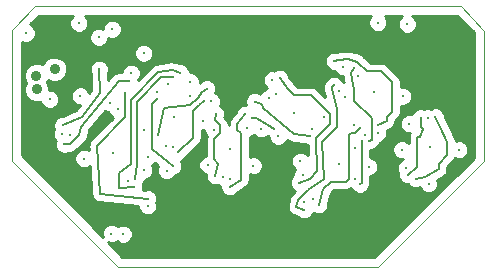
<source format=gbr>
G04 (created by PCBNEW-RS274X (2012-apr-16-27)-stable) date Tue 25 Mar 2014 09:11:57 PM EDT*
G01*
G70*
G90*
%MOIN*%
G04 Gerber Fmt 3.4, Leading zero omitted, Abs format*
%FSLAX34Y34*%
G04 APERTURE LIST*
%ADD10C,0.006000*%
%ADD11C,0.000400*%
%ADD12C,0.002000*%
%ADD13C,0.035000*%
%ADD14C,0.013000*%
%ADD15C,0.007000*%
%ADD16C,0.008000*%
%ADD17C,0.010000*%
G04 APERTURE END LIST*
G54D10*
G54D11*
X27953Y-19596D02*
X27953Y-23917D01*
X27165Y-18770D02*
X27953Y-19596D01*
X16890Y-18770D02*
X27165Y-18770D01*
X12205Y-19557D02*
X12205Y-23917D01*
X12992Y-18770D02*
X12205Y-19557D01*
X16890Y-18770D02*
X12992Y-18770D01*
X15748Y-27461D02*
X12205Y-23917D01*
X24409Y-27461D02*
X27953Y-23917D01*
X24016Y-27461D02*
X24409Y-27461D01*
X15748Y-27461D02*
X24016Y-27461D01*
G54D12*
X15748Y-27461D02*
X24016Y-27461D01*
G54D13*
X13632Y-20866D03*
X13022Y-21073D03*
X13031Y-21535D03*
G54D14*
X25384Y-19360D03*
X14439Y-19331D03*
X24405Y-19307D03*
X12687Y-19665D03*
X16260Y-24783D03*
X17815Y-20984D03*
X17579Y-21122D03*
X16319Y-24508D03*
X18701Y-21516D03*
X17087Y-23051D03*
X18602Y-21909D03*
X17736Y-23622D03*
X18986Y-24419D03*
X18996Y-22362D03*
X19980Y-22362D03*
X19469Y-24774D03*
X20197Y-22480D03*
X20945Y-22854D03*
X22146Y-23081D03*
X20295Y-21939D03*
X21788Y-24643D03*
X21132Y-21171D03*
X23868Y-23268D03*
X23809Y-24705D03*
X23612Y-20827D03*
X24114Y-23248D03*
X22953Y-20591D03*
X24400Y-22717D03*
X25394Y-24390D03*
X25827Y-22480D03*
X25669Y-24518D03*
X26319Y-22451D03*
X21949Y-25285D03*
X23120Y-21585D03*
X23612Y-22707D03*
X22254Y-25177D03*
X15728Y-22205D03*
X16732Y-25413D03*
X15965Y-21663D03*
X16732Y-25177D03*
X17559Y-24094D03*
X17047Y-21870D03*
X21949Y-25551D03*
X22943Y-21388D03*
X22441Y-25384D03*
X23819Y-22835D03*
X16594Y-20334D03*
X13878Y-23012D03*
X16181Y-20994D03*
X14154Y-23071D03*
X16083Y-24587D03*
X17402Y-21339D03*
X18150Y-21280D03*
X16594Y-24232D03*
X17343Y-23406D03*
X18150Y-21772D03*
X18858Y-21929D03*
X17579Y-23445D03*
X18937Y-22874D03*
X19252Y-24459D03*
X20039Y-22835D03*
X19469Y-24537D03*
X17028Y-21614D03*
X17362Y-24252D03*
X20778Y-21811D03*
X21083Y-23100D03*
X21024Y-21703D03*
X22215Y-22854D03*
X21900Y-24380D03*
X20876Y-21220D03*
X23652Y-23494D03*
X23642Y-24537D03*
X23730Y-21083D03*
X23967Y-23051D03*
X24409Y-22992D03*
X23248Y-20787D03*
X25354Y-24154D03*
X25443Y-22677D03*
X26083Y-22480D03*
X26093Y-24675D03*
X13898Y-22736D03*
X15118Y-20866D03*
X13957Y-23366D03*
X16103Y-21240D03*
X15984Y-19429D03*
X24272Y-26801D03*
X24035Y-19291D03*
X16299Y-26329D03*
X26152Y-23445D03*
X14488Y-21752D03*
X15098Y-19803D03*
X24262Y-21614D03*
X21614Y-22323D03*
X19488Y-23524D03*
X23120Y-24016D03*
X15571Y-23661D03*
X15522Y-26339D03*
X17618Y-22441D03*
X18740Y-24055D03*
X27106Y-23543D03*
X13465Y-21870D03*
X16594Y-22895D03*
X18583Y-22579D03*
X14606Y-23839D03*
X25226Y-21762D03*
X20512Y-22854D03*
X20256Y-24075D03*
X23297Y-21791D03*
X24094Y-24114D03*
X15916Y-26359D03*
X15551Y-19528D03*
X21821Y-23927D03*
X25197Y-23543D03*
X22598Y-22470D03*
X16732Y-23780D03*
X15472Y-21978D03*
G54D15*
X16161Y-21890D02*
X17067Y-20965D01*
X15787Y-24814D02*
X15768Y-24329D01*
X16260Y-24783D02*
X15787Y-24814D01*
X17579Y-20886D02*
X17815Y-20984D01*
X15768Y-24329D02*
X16181Y-24035D01*
X17067Y-20965D02*
X17579Y-20886D01*
X16181Y-24035D02*
X16161Y-21890D01*
X16378Y-23996D02*
X16378Y-21969D01*
X16378Y-21969D02*
X17185Y-21122D01*
X16319Y-24508D02*
X16379Y-24016D01*
X16379Y-24016D02*
X16378Y-23996D01*
X17185Y-21122D02*
X17579Y-21122D01*
X18406Y-21811D02*
X18130Y-22067D01*
X18701Y-21516D02*
X18543Y-21614D01*
X18130Y-22067D02*
X17283Y-22165D01*
X17283Y-22165D02*
X17087Y-23051D01*
X18543Y-21614D02*
X18406Y-21811D01*
X18445Y-22067D02*
X18602Y-21909D01*
X17736Y-23622D02*
X18248Y-23150D01*
X18248Y-23150D02*
X18248Y-22264D01*
X18248Y-22264D02*
X18445Y-22067D01*
X18986Y-24419D02*
X18986Y-24419D01*
X19075Y-24006D02*
X18986Y-24419D01*
X18976Y-22559D02*
X19154Y-22737D01*
X18957Y-23188D02*
X18957Y-23859D01*
X19154Y-22991D02*
X18957Y-23188D01*
X19154Y-22737D02*
X19154Y-22991D01*
X18986Y-24419D02*
X18986Y-24419D01*
X18957Y-23859D02*
X19075Y-24006D01*
X18996Y-22362D02*
X18976Y-22559D01*
X19724Y-22873D02*
X19724Y-22678D01*
X19469Y-24774D02*
X19843Y-24557D01*
X19843Y-24557D02*
X19843Y-22992D01*
X19724Y-22678D02*
X19980Y-22362D01*
X19843Y-22992D02*
X19724Y-22873D01*
X20728Y-22716D02*
X20344Y-22500D01*
X20728Y-22706D02*
X20728Y-22716D01*
X20344Y-22500D02*
X20197Y-22480D01*
X20945Y-22854D02*
X20728Y-22706D01*
X20295Y-21939D02*
X20295Y-21939D01*
X21614Y-23034D02*
X20590Y-22158D01*
X20295Y-21939D02*
X20295Y-21939D01*
X22146Y-23081D02*
X21614Y-23034D01*
X20550Y-22037D02*
X20295Y-21939D01*
X20590Y-22158D02*
X20550Y-22037D01*
X21788Y-24643D02*
X22155Y-24528D01*
X21398Y-21516D02*
X21132Y-21171D01*
X21614Y-21732D02*
X21398Y-21516D01*
X22362Y-24272D02*
X22352Y-23140D01*
X22815Y-22677D02*
X22815Y-22372D01*
X22352Y-23140D02*
X22815Y-22677D01*
X22155Y-24528D02*
X22362Y-24272D01*
X22815Y-22372D02*
X22175Y-21732D01*
X22175Y-21732D02*
X21614Y-21732D01*
X23868Y-23956D02*
X23868Y-23268D01*
X23868Y-23956D02*
X23868Y-24646D01*
X23868Y-24646D02*
X23809Y-24705D01*
X23612Y-21920D02*
X23612Y-21555D01*
X24114Y-23248D02*
X24193Y-23233D01*
X23612Y-21555D02*
X23534Y-21190D01*
X24193Y-22501D02*
X23612Y-21920D01*
X23515Y-20995D02*
X23612Y-20827D01*
X23534Y-21190D02*
X23515Y-20995D01*
X24193Y-23233D02*
X24193Y-22501D01*
X24705Y-22588D02*
X24705Y-22460D01*
X24705Y-22460D02*
X24882Y-22283D01*
X23720Y-20610D02*
X23413Y-20528D01*
X23110Y-20551D02*
X22953Y-20591D01*
X24882Y-21299D02*
X24518Y-20935D01*
X24518Y-20935D02*
X24045Y-20935D01*
X24882Y-22283D02*
X24882Y-21299D01*
X24045Y-20935D02*
X23720Y-20610D01*
X24400Y-22717D02*
X24705Y-22588D01*
X23413Y-20528D02*
X23110Y-20551D01*
X25925Y-22854D02*
X25857Y-22776D01*
X25857Y-22776D02*
X25827Y-22480D01*
X25394Y-24390D02*
X25709Y-24124D01*
X25719Y-23119D02*
X25817Y-23130D01*
X25709Y-24124D02*
X25719Y-23119D01*
X25817Y-23130D02*
X25925Y-22854D01*
X26437Y-24006D02*
X26722Y-23721D01*
X25669Y-24518D02*
X25987Y-24465D01*
X26722Y-23287D02*
X26466Y-22785D01*
X25987Y-24465D02*
X26437Y-24203D01*
X26437Y-24203D02*
X26437Y-24006D01*
X26466Y-22785D02*
X26319Y-22451D01*
X26722Y-23721D02*
X26722Y-23287D01*
X15965Y-21663D02*
X15965Y-21663D01*
X15984Y-22461D02*
X15965Y-21663D01*
X15138Y-25020D02*
X16732Y-25177D01*
X15984Y-22461D02*
X15039Y-23406D01*
X15039Y-23406D02*
X15138Y-25020D01*
X16870Y-22834D02*
X16870Y-23524D01*
X16870Y-23524D02*
X17559Y-24094D01*
X17047Y-21870D02*
X16890Y-22008D01*
X16890Y-22814D02*
X16870Y-22834D01*
X16890Y-22008D02*
X16890Y-22814D01*
X23031Y-22795D02*
X22539Y-23287D01*
X21732Y-25217D02*
X21683Y-25463D01*
X22864Y-21526D02*
X23031Y-22185D01*
X22608Y-24519D02*
X22086Y-24902D01*
G54D16*
X22864Y-21447D02*
X22943Y-21388D01*
G54D15*
X21683Y-25463D02*
X21949Y-25551D01*
X22539Y-23287D02*
X22608Y-24519D01*
X22086Y-24902D02*
X21899Y-25050D01*
G54D16*
X22864Y-21526D02*
X22864Y-21447D01*
G54D15*
X23031Y-22185D02*
X23031Y-22795D01*
X21899Y-25050D02*
X21732Y-25217D01*
X22589Y-24851D02*
X22441Y-25384D01*
X23642Y-23002D02*
X23504Y-23002D01*
X22834Y-24606D02*
X22589Y-24851D01*
X23819Y-22835D02*
X23642Y-23002D01*
X23435Y-24507D02*
X23336Y-24606D01*
X23336Y-24606D02*
X22834Y-24606D01*
X23435Y-23071D02*
X23435Y-24507D01*
X23504Y-23002D02*
X23435Y-23071D01*
X13898Y-22736D02*
X14537Y-22451D01*
X15134Y-21641D02*
X15118Y-20866D01*
X14537Y-22451D02*
X15134Y-21641D01*
X15768Y-21240D02*
X16103Y-21240D01*
X14449Y-23071D02*
X14499Y-22776D01*
X13957Y-23366D02*
X14154Y-23366D01*
X14154Y-23366D02*
X14449Y-23071D01*
X14499Y-22776D02*
X15768Y-21240D01*
G54D10*
G36*
X27607Y-23827D02*
X27421Y-24011D01*
X27421Y-23606D01*
X27421Y-23481D01*
X27373Y-23365D01*
X27285Y-23276D01*
X27169Y-23228D01*
X27044Y-23228D01*
X27000Y-23246D01*
X26994Y-23225D01*
X26985Y-23178D01*
X26979Y-23169D01*
X26976Y-23157D01*
X26727Y-22670D01*
X26727Y-22669D01*
X26634Y-22458D01*
X26634Y-22389D01*
X26586Y-22273D01*
X26498Y-22184D01*
X26382Y-22136D01*
X26257Y-22136D01*
X26166Y-22173D01*
X26146Y-22165D01*
X26021Y-22165D01*
X25955Y-22192D01*
X25890Y-22165D01*
X25765Y-22165D01*
X25649Y-22213D01*
X25560Y-22301D01*
X25541Y-22345D01*
X25541Y-21825D01*
X25541Y-21700D01*
X25493Y-21584D01*
X25405Y-21495D01*
X25289Y-21447D01*
X25167Y-21447D01*
X25167Y-21299D01*
X25166Y-21298D01*
X25167Y-21298D01*
X25163Y-21279D01*
X25145Y-21190D01*
X25084Y-21097D01*
X25081Y-21095D01*
X24720Y-20733D01*
X24627Y-20672D01*
X24518Y-20649D01*
X24513Y-20650D01*
X24163Y-20650D01*
X23922Y-20408D01*
X23903Y-20395D01*
X23893Y-20384D01*
X23862Y-20369D01*
X23829Y-20347D01*
X23808Y-20342D01*
X23793Y-20335D01*
X23487Y-20253D01*
X23436Y-20249D01*
X23391Y-20244D01*
X23089Y-20267D01*
X23065Y-20273D01*
X23040Y-20275D01*
X23023Y-20279D01*
X23016Y-20276D01*
X22891Y-20276D01*
X22775Y-20324D01*
X22686Y-20412D01*
X22638Y-20528D01*
X22638Y-20653D01*
X22686Y-20769D01*
X22774Y-20858D01*
X22890Y-20906D01*
X22956Y-20906D01*
X22981Y-20965D01*
X23069Y-21054D01*
X23185Y-21102D01*
X23238Y-21102D01*
X23250Y-21217D01*
X23254Y-21232D01*
X23255Y-21250D01*
X23266Y-21304D01*
X23245Y-21295D01*
X23210Y-21210D01*
X23122Y-21121D01*
X23006Y-21073D01*
X22881Y-21073D01*
X22765Y-21121D01*
X22676Y-21209D01*
X22663Y-21238D01*
X22659Y-21242D01*
X22638Y-21272D01*
X22615Y-21299D01*
X22608Y-21317D01*
X22596Y-21336D01*
X22588Y-21373D01*
X22577Y-21406D01*
X22578Y-21426D01*
X22574Y-21447D01*
X22574Y-21526D01*
X22588Y-21596D01*
X22596Y-21637D01*
X22599Y-21642D01*
X22637Y-21790D01*
X22377Y-21530D01*
X22284Y-21469D01*
X22175Y-21446D01*
X22170Y-21447D01*
X21732Y-21447D01*
X21606Y-21320D01*
X21447Y-21112D01*
X21447Y-21109D01*
X21399Y-20993D01*
X21311Y-20904D01*
X21195Y-20856D01*
X21070Y-20856D01*
X20954Y-20904D01*
X20948Y-20909D01*
X20939Y-20905D01*
X20814Y-20905D01*
X20698Y-20953D01*
X20609Y-21041D01*
X20561Y-21157D01*
X20561Y-21282D01*
X20609Y-21398D01*
X20697Y-21487D01*
X20718Y-21496D01*
X20716Y-21496D01*
X20600Y-21544D01*
X20511Y-21632D01*
X20488Y-21686D01*
X20474Y-21672D01*
X20358Y-21624D01*
X20233Y-21624D01*
X20117Y-21672D01*
X20028Y-21760D01*
X19980Y-21876D01*
X19980Y-22001D01*
X19999Y-22047D01*
X19918Y-22047D01*
X19802Y-22095D01*
X19713Y-22183D01*
X19665Y-22297D01*
X19503Y-22499D01*
X19486Y-22530D01*
X19461Y-22569D01*
X19458Y-22583D01*
X19451Y-22597D01*
X19446Y-22639D01*
X19439Y-22678D01*
X19439Y-22736D01*
X19417Y-22628D01*
X19356Y-22535D01*
X19353Y-22533D01*
X19291Y-22471D01*
X19311Y-22425D01*
X19311Y-22300D01*
X19263Y-22184D01*
X19175Y-22095D01*
X19136Y-22079D01*
X19173Y-21992D01*
X19173Y-21867D01*
X19125Y-21751D01*
X19037Y-21662D01*
X18989Y-21642D01*
X19016Y-21579D01*
X19016Y-21454D01*
X18968Y-21338D01*
X18880Y-21249D01*
X18764Y-21201D01*
X18639Y-21201D01*
X18523Y-21249D01*
X18465Y-21306D01*
X18465Y-21218D01*
X18417Y-21102D01*
X18329Y-21013D01*
X18213Y-20965D01*
X18130Y-20965D01*
X18130Y-20922D01*
X18082Y-20806D01*
X17994Y-20717D01*
X17878Y-20669D01*
X17799Y-20669D01*
X17689Y-20623D01*
X17667Y-20618D01*
X17646Y-20609D01*
X17611Y-20607D01*
X17579Y-20601D01*
X17558Y-20605D01*
X17535Y-20604D01*
X17023Y-20683D01*
X16984Y-20697D01*
X16955Y-20704D01*
X16939Y-20714D01*
X16919Y-20722D01*
X16909Y-20730D01*
X16909Y-20397D01*
X16909Y-20272D01*
X16861Y-20156D01*
X16773Y-20067D01*
X16657Y-20019D01*
X16532Y-20019D01*
X16416Y-20067D01*
X16327Y-20155D01*
X16279Y-20271D01*
X16279Y-20396D01*
X16327Y-20512D01*
X16415Y-20601D01*
X16531Y-20649D01*
X16656Y-20649D01*
X16772Y-20601D01*
X16861Y-20513D01*
X16909Y-20397D01*
X16909Y-20730D01*
X16890Y-20747D01*
X16863Y-20766D01*
X16418Y-21220D01*
X16418Y-21202D01*
X16448Y-21173D01*
X16496Y-21057D01*
X16496Y-20932D01*
X16448Y-20816D01*
X16360Y-20727D01*
X16244Y-20679D01*
X16119Y-20679D01*
X16003Y-20727D01*
X15914Y-20815D01*
X15866Y-20931D01*
X15866Y-19591D01*
X15866Y-19466D01*
X15818Y-19350D01*
X15730Y-19261D01*
X15614Y-19213D01*
X15489Y-19213D01*
X15373Y-19261D01*
X15284Y-19349D01*
X15236Y-19465D01*
X15236Y-19519D01*
X15161Y-19488D01*
X15036Y-19488D01*
X14920Y-19536D01*
X14831Y-19624D01*
X14783Y-19740D01*
X14783Y-19865D01*
X14831Y-19981D01*
X14919Y-20070D01*
X15035Y-20118D01*
X15160Y-20118D01*
X15276Y-20070D01*
X15365Y-19982D01*
X15413Y-19866D01*
X15413Y-19811D01*
X15488Y-19843D01*
X15613Y-19843D01*
X15729Y-19795D01*
X15818Y-19707D01*
X15866Y-19591D01*
X15866Y-20931D01*
X15866Y-20955D01*
X15768Y-20955D01*
X15752Y-20958D01*
X15742Y-20957D01*
X15712Y-20966D01*
X15659Y-20977D01*
X15642Y-20988D01*
X15636Y-20990D01*
X15620Y-21002D01*
X15566Y-21038D01*
X15555Y-21053D01*
X15549Y-21059D01*
X15410Y-21226D01*
X15405Y-20994D01*
X15433Y-20929D01*
X15433Y-20804D01*
X15385Y-20688D01*
X15297Y-20599D01*
X15181Y-20551D01*
X15056Y-20551D01*
X14940Y-20599D01*
X14851Y-20687D01*
X14803Y-20803D01*
X14803Y-20928D01*
X14835Y-21007D01*
X14847Y-21550D01*
X14781Y-21639D01*
X14755Y-21574D01*
X14667Y-21485D01*
X14551Y-21437D01*
X14426Y-21437D01*
X14310Y-21485D01*
X14221Y-21573D01*
X14173Y-21689D01*
X14173Y-21814D01*
X14221Y-21930D01*
X14309Y-22019D01*
X14425Y-22067D01*
X14466Y-22067D01*
X14352Y-22221D01*
X14057Y-22352D01*
X14057Y-20951D01*
X14057Y-20782D01*
X13993Y-20626D01*
X13873Y-20506D01*
X13717Y-20441D01*
X13548Y-20441D01*
X13392Y-20505D01*
X13272Y-20625D01*
X13239Y-20703D01*
X13107Y-20648D01*
X12938Y-20648D01*
X12782Y-20712D01*
X12662Y-20832D01*
X12597Y-20988D01*
X12597Y-21157D01*
X12661Y-21313D01*
X12662Y-21314D01*
X12606Y-21450D01*
X12606Y-21619D01*
X12670Y-21775D01*
X12790Y-21895D01*
X12946Y-21960D01*
X13115Y-21960D01*
X13154Y-21943D01*
X13198Y-22048D01*
X13286Y-22137D01*
X13402Y-22185D01*
X13527Y-22185D01*
X13643Y-22137D01*
X13732Y-22049D01*
X13780Y-21933D01*
X13780Y-21808D01*
X13732Y-21692D01*
X13644Y-21603D01*
X13528Y-21555D01*
X13456Y-21555D01*
X13456Y-21451D01*
X13392Y-21295D01*
X13390Y-21293D01*
X13414Y-21235D01*
X13547Y-21291D01*
X13716Y-21291D01*
X13872Y-21227D01*
X13992Y-21107D01*
X14057Y-20951D01*
X14057Y-22352D01*
X13905Y-22421D01*
X13836Y-22421D01*
X13720Y-22469D01*
X13631Y-22557D01*
X13583Y-22673D01*
X13583Y-22798D01*
X13604Y-22849D01*
X13563Y-22949D01*
X13563Y-23074D01*
X13611Y-23190D01*
X13665Y-23245D01*
X13642Y-23303D01*
X13642Y-23428D01*
X13690Y-23544D01*
X13778Y-23633D01*
X13894Y-23681D01*
X14019Y-23681D01*
X14091Y-23651D01*
X14149Y-23651D01*
X14154Y-23652D01*
X14154Y-23651D01*
X14263Y-23629D01*
X14356Y-23568D01*
X14650Y-23273D01*
X14668Y-23245D01*
X14690Y-23222D01*
X14698Y-23200D01*
X14712Y-23180D01*
X14718Y-23147D01*
X14730Y-23119D01*
X14767Y-22899D01*
X15304Y-22249D01*
X15409Y-22293D01*
X15423Y-22293D01*
X15461Y-22383D01*
X15549Y-22472D01*
X15563Y-22478D01*
X14837Y-23204D01*
X14831Y-23211D01*
X14825Y-23217D01*
X14801Y-23258D01*
X14776Y-23297D01*
X14774Y-23305D01*
X14770Y-23313D01*
X14765Y-23348D01*
X14753Y-23406D01*
X14755Y-23418D01*
X14755Y-23423D01*
X14763Y-23563D01*
X14669Y-23524D01*
X14544Y-23524D01*
X14428Y-23572D01*
X14339Y-23660D01*
X14291Y-23776D01*
X14291Y-23901D01*
X14339Y-24017D01*
X14427Y-24106D01*
X14543Y-24154D01*
X14668Y-24154D01*
X14784Y-24106D01*
X14795Y-24094D01*
X14853Y-25037D01*
X14862Y-25073D01*
X14866Y-25103D01*
X14875Y-25121D01*
X14882Y-25145D01*
X14901Y-25171D01*
X14917Y-25201D01*
X14933Y-25214D01*
X14948Y-25234D01*
X14981Y-25253D01*
X15004Y-25271D01*
X15024Y-25277D01*
X15045Y-25289D01*
X15074Y-25293D01*
X15110Y-25304D01*
X16417Y-25431D01*
X16417Y-25475D01*
X16465Y-25591D01*
X16553Y-25680D01*
X16669Y-25728D01*
X16794Y-25728D01*
X16910Y-25680D01*
X16999Y-25592D01*
X17047Y-25476D01*
X17047Y-25351D01*
X17024Y-25295D01*
X17047Y-25240D01*
X17047Y-25115D01*
X16999Y-24999D01*
X16911Y-24910D01*
X16795Y-24862D01*
X16670Y-24862D01*
X16626Y-24879D01*
X16563Y-24873D01*
X16575Y-24846D01*
X16575Y-24721D01*
X16568Y-24704D01*
X16586Y-24687D01*
X16634Y-24571D01*
X16634Y-24547D01*
X16656Y-24547D01*
X16772Y-24499D01*
X16861Y-24411D01*
X16909Y-24295D01*
X16909Y-24170D01*
X16865Y-24065D01*
X16910Y-24047D01*
X16975Y-23981D01*
X17092Y-24078D01*
X17047Y-24189D01*
X17047Y-24314D01*
X17095Y-24430D01*
X17183Y-24519D01*
X17299Y-24567D01*
X17424Y-24567D01*
X17540Y-24519D01*
X17629Y-24431D01*
X17641Y-24400D01*
X17737Y-24361D01*
X17826Y-24273D01*
X17874Y-24157D01*
X17874Y-24032D01*
X17829Y-23924D01*
X17914Y-23889D01*
X18003Y-23801D01*
X18028Y-23739D01*
X18441Y-23359D01*
X18442Y-23356D01*
X18450Y-23352D01*
X18489Y-23292D01*
X18506Y-23269D01*
X18506Y-23265D01*
X18511Y-23259D01*
X18521Y-23207D01*
X18533Y-23161D01*
X18532Y-23154D01*
X18533Y-23150D01*
X18533Y-22894D01*
X18622Y-22894D01*
X18622Y-22936D01*
X18670Y-23052D01*
X18695Y-23077D01*
X18694Y-23079D01*
X18671Y-23188D01*
X18672Y-23192D01*
X18672Y-23742D01*
X18562Y-23788D01*
X18473Y-23876D01*
X18425Y-23992D01*
X18425Y-24117D01*
X18473Y-24233D01*
X18561Y-24322D01*
X18671Y-24367D01*
X18671Y-24481D01*
X18719Y-24597D01*
X18807Y-24686D01*
X18923Y-24734D01*
X19048Y-24734D01*
X19071Y-24724D01*
X19073Y-24726D01*
X19154Y-24759D01*
X19154Y-24836D01*
X19202Y-24952D01*
X19290Y-25041D01*
X19406Y-25089D01*
X19531Y-25089D01*
X19647Y-25041D01*
X19736Y-24953D01*
X19738Y-24947D01*
X19986Y-24804D01*
X20012Y-24780D01*
X20045Y-24759D01*
X20057Y-24740D01*
X20069Y-24730D01*
X20085Y-24697D01*
X20106Y-24666D01*
X20109Y-24650D01*
X20119Y-24631D01*
X20121Y-24590D01*
X20128Y-24557D01*
X20128Y-24363D01*
X20193Y-24390D01*
X20318Y-24390D01*
X20434Y-24342D01*
X20523Y-24254D01*
X20571Y-24138D01*
X20571Y-24013D01*
X20523Y-23897D01*
X20435Y-23808D01*
X20319Y-23760D01*
X20194Y-23760D01*
X20128Y-23787D01*
X20128Y-23138D01*
X20217Y-23102D01*
X20266Y-23053D01*
X20333Y-23121D01*
X20449Y-23169D01*
X20574Y-23169D01*
X20690Y-23121D01*
X20728Y-23083D01*
X20766Y-23121D01*
X20768Y-23121D01*
X20768Y-23162D01*
X20816Y-23278D01*
X20904Y-23367D01*
X21020Y-23415D01*
X21145Y-23415D01*
X21261Y-23367D01*
X21350Y-23279D01*
X21379Y-23207D01*
X21429Y-23250D01*
X21453Y-23263D01*
X21482Y-23286D01*
X21507Y-23293D01*
X21526Y-23304D01*
X21553Y-23307D01*
X21589Y-23318D01*
X21975Y-23351D01*
X22069Y-23390D01*
X22072Y-23733D01*
X22000Y-23660D01*
X21884Y-23612D01*
X21759Y-23612D01*
X21643Y-23660D01*
X21554Y-23748D01*
X21506Y-23864D01*
X21506Y-23989D01*
X21554Y-24105D01*
X21641Y-24193D01*
X21633Y-24201D01*
X21585Y-24317D01*
X21585Y-24400D01*
X21521Y-24464D01*
X21473Y-24580D01*
X21473Y-24705D01*
X21521Y-24821D01*
X21609Y-24910D01*
X21627Y-24917D01*
X21530Y-25015D01*
X21513Y-25040D01*
X21495Y-25059D01*
X21484Y-25083D01*
X21469Y-25108D01*
X21462Y-25138D01*
X21453Y-25162D01*
X21404Y-25407D01*
X21404Y-25441D01*
X21399Y-25484D01*
X21404Y-25502D01*
X21404Y-25518D01*
X21417Y-25552D01*
X21428Y-25591D01*
X21437Y-25602D01*
X21445Y-25622D01*
X21478Y-25654D01*
X21497Y-25678D01*
X21510Y-25685D01*
X21525Y-25700D01*
X21560Y-25714D01*
X21594Y-25734D01*
X21732Y-25779D01*
X21770Y-25818D01*
X21886Y-25866D01*
X22011Y-25866D01*
X22127Y-25818D01*
X22216Y-25730D01*
X22252Y-25641D01*
X22262Y-25651D01*
X22378Y-25699D01*
X22503Y-25699D01*
X22619Y-25651D01*
X22708Y-25563D01*
X22756Y-25447D01*
X22756Y-25322D01*
X22754Y-25319D01*
X22842Y-25001D01*
X22952Y-24891D01*
X23331Y-24891D01*
X23336Y-24892D01*
X23336Y-24891D01*
X23445Y-24869D01*
X23512Y-24824D01*
X23518Y-24827D01*
X23542Y-24883D01*
X23630Y-24972D01*
X23746Y-25020D01*
X23871Y-25020D01*
X23987Y-24972D01*
X24076Y-24884D01*
X24124Y-24768D01*
X24124Y-24765D01*
X24131Y-24755D01*
X24153Y-24646D01*
X24153Y-24429D01*
X24156Y-24429D01*
X24272Y-24381D01*
X24361Y-24293D01*
X24409Y-24177D01*
X24409Y-24052D01*
X24361Y-23936D01*
X24273Y-23847D01*
X24157Y-23799D01*
X24153Y-23799D01*
X24153Y-23563D01*
X24176Y-23563D01*
X24292Y-23515D01*
X24327Y-23479D01*
X24329Y-23478D01*
X24349Y-23471D01*
X24368Y-23452D01*
X24395Y-23435D01*
X24409Y-23412D01*
X24429Y-23394D01*
X24440Y-23365D01*
X24456Y-23342D01*
X24461Y-23313D01*
X24464Y-23307D01*
X24471Y-23307D01*
X24587Y-23259D01*
X24676Y-23171D01*
X24724Y-23055D01*
X24724Y-22930D01*
X24709Y-22895D01*
X24814Y-22851D01*
X24816Y-22851D01*
X24861Y-22819D01*
X24907Y-22790D01*
X24908Y-22788D01*
X24919Y-22770D01*
X24968Y-22697D01*
X24970Y-22696D01*
X24986Y-22606D01*
X24990Y-22588D01*
X24990Y-22586D01*
X24990Y-22578D01*
X25081Y-22486D01*
X25083Y-22485D01*
X25084Y-22485D01*
X25145Y-22392D01*
X25167Y-22283D01*
X25167Y-22077D01*
X25288Y-22077D01*
X25404Y-22029D01*
X25493Y-21941D01*
X25541Y-21825D01*
X25541Y-22345D01*
X25530Y-22372D01*
X25506Y-22362D01*
X25381Y-22362D01*
X25265Y-22410D01*
X25176Y-22498D01*
X25128Y-22614D01*
X25128Y-22739D01*
X25176Y-22855D01*
X25264Y-22944D01*
X25380Y-22992D01*
X25466Y-22992D01*
X25464Y-22996D01*
X25458Y-23007D01*
X25450Y-23040D01*
X25436Y-23087D01*
X25437Y-23104D01*
X25435Y-23116D01*
X25432Y-23333D01*
X25376Y-23276D01*
X25260Y-23228D01*
X25135Y-23228D01*
X25019Y-23276D01*
X24930Y-23364D01*
X24882Y-23480D01*
X24882Y-23605D01*
X24930Y-23721D01*
X25018Y-23810D01*
X25134Y-23858D01*
X25246Y-23858D01*
X25176Y-23887D01*
X25087Y-23975D01*
X25039Y-24091D01*
X25039Y-24216D01*
X25081Y-24319D01*
X25079Y-24327D01*
X25079Y-24452D01*
X25127Y-24568D01*
X25215Y-24657D01*
X25331Y-24705D01*
X25410Y-24705D01*
X25490Y-24785D01*
X25606Y-24833D01*
X25731Y-24833D01*
X25805Y-24802D01*
X25826Y-24853D01*
X25914Y-24942D01*
X26030Y-24990D01*
X26155Y-24990D01*
X26271Y-24942D01*
X26360Y-24854D01*
X26408Y-24738D01*
X26408Y-24613D01*
X26386Y-24562D01*
X26580Y-24450D01*
X26606Y-24426D01*
X26639Y-24405D01*
X26651Y-24386D01*
X26663Y-24376D01*
X26678Y-24344D01*
X26700Y-24312D01*
X26703Y-24295D01*
X26713Y-24276D01*
X26715Y-24237D01*
X26722Y-24203D01*
X26722Y-24124D01*
X26921Y-23924D01*
X26923Y-23923D01*
X26924Y-23923D01*
X26982Y-23833D01*
X27043Y-23858D01*
X27168Y-23858D01*
X27284Y-23810D01*
X27373Y-23722D01*
X27421Y-23606D01*
X27421Y-24011D01*
X24270Y-27135D01*
X15887Y-27125D01*
X15400Y-26629D01*
X15459Y-26654D01*
X15584Y-26654D01*
X15700Y-26606D01*
X15708Y-26597D01*
X15737Y-26626D01*
X15853Y-26674D01*
X15978Y-26674D01*
X16094Y-26626D01*
X16183Y-26538D01*
X16231Y-26422D01*
X16231Y-26297D01*
X16183Y-26181D01*
X16095Y-26092D01*
X15979Y-26044D01*
X15854Y-26044D01*
X15738Y-26092D01*
X15729Y-26100D01*
X15701Y-26072D01*
X15585Y-26024D01*
X15460Y-26024D01*
X15344Y-26072D01*
X15255Y-26160D01*
X15207Y-26276D01*
X15207Y-26401D01*
X15229Y-26456D01*
X12550Y-23730D01*
X12550Y-19949D01*
X12624Y-19980D01*
X12749Y-19980D01*
X12865Y-19932D01*
X12954Y-19844D01*
X13002Y-19728D01*
X13002Y-19603D01*
X12954Y-19487D01*
X12866Y-19398D01*
X12796Y-19369D01*
X13101Y-19085D01*
X14239Y-19085D01*
X14172Y-19152D01*
X14124Y-19268D01*
X14124Y-19393D01*
X14172Y-19509D01*
X14260Y-19598D01*
X14376Y-19646D01*
X14501Y-19646D01*
X14617Y-19598D01*
X14706Y-19510D01*
X14754Y-19394D01*
X14754Y-19269D01*
X14706Y-19153D01*
X14638Y-19085D01*
X24181Y-19085D01*
X24138Y-19128D01*
X24090Y-19244D01*
X24090Y-19369D01*
X24138Y-19485D01*
X24226Y-19574D01*
X24342Y-19622D01*
X24467Y-19622D01*
X24583Y-19574D01*
X24672Y-19486D01*
X24720Y-19370D01*
X24720Y-19245D01*
X24672Y-19129D01*
X24628Y-19085D01*
X25225Y-19085D01*
X25206Y-19093D01*
X25117Y-19181D01*
X25069Y-19297D01*
X25069Y-19422D01*
X25117Y-19538D01*
X25205Y-19627D01*
X25321Y-19675D01*
X25446Y-19675D01*
X25562Y-19627D01*
X25651Y-19539D01*
X25699Y-19423D01*
X25699Y-19298D01*
X25651Y-19182D01*
X25563Y-19093D01*
X25543Y-19085D01*
X27047Y-19085D01*
X27607Y-19617D01*
X27607Y-23827D01*
X27607Y-23827D01*
G37*
G54D17*
X27607Y-23827D02*
X27421Y-24011D01*
X27421Y-23606D01*
X27421Y-23481D01*
X27373Y-23365D01*
X27285Y-23276D01*
X27169Y-23228D01*
X27044Y-23228D01*
X27000Y-23246D01*
X26994Y-23225D01*
X26985Y-23178D01*
X26979Y-23169D01*
X26976Y-23157D01*
X26727Y-22670D01*
X26727Y-22669D01*
X26634Y-22458D01*
X26634Y-22389D01*
X26586Y-22273D01*
X26498Y-22184D01*
X26382Y-22136D01*
X26257Y-22136D01*
X26166Y-22173D01*
X26146Y-22165D01*
X26021Y-22165D01*
X25955Y-22192D01*
X25890Y-22165D01*
X25765Y-22165D01*
X25649Y-22213D01*
X25560Y-22301D01*
X25541Y-22345D01*
X25541Y-21825D01*
X25541Y-21700D01*
X25493Y-21584D01*
X25405Y-21495D01*
X25289Y-21447D01*
X25167Y-21447D01*
X25167Y-21299D01*
X25166Y-21298D01*
X25167Y-21298D01*
X25163Y-21279D01*
X25145Y-21190D01*
X25084Y-21097D01*
X25081Y-21095D01*
X24720Y-20733D01*
X24627Y-20672D01*
X24518Y-20649D01*
X24513Y-20650D01*
X24163Y-20650D01*
X23922Y-20408D01*
X23903Y-20395D01*
X23893Y-20384D01*
X23862Y-20369D01*
X23829Y-20347D01*
X23808Y-20342D01*
X23793Y-20335D01*
X23487Y-20253D01*
X23436Y-20249D01*
X23391Y-20244D01*
X23089Y-20267D01*
X23065Y-20273D01*
X23040Y-20275D01*
X23023Y-20279D01*
X23016Y-20276D01*
X22891Y-20276D01*
X22775Y-20324D01*
X22686Y-20412D01*
X22638Y-20528D01*
X22638Y-20653D01*
X22686Y-20769D01*
X22774Y-20858D01*
X22890Y-20906D01*
X22956Y-20906D01*
X22981Y-20965D01*
X23069Y-21054D01*
X23185Y-21102D01*
X23238Y-21102D01*
X23250Y-21217D01*
X23254Y-21232D01*
X23255Y-21250D01*
X23266Y-21304D01*
X23245Y-21295D01*
X23210Y-21210D01*
X23122Y-21121D01*
X23006Y-21073D01*
X22881Y-21073D01*
X22765Y-21121D01*
X22676Y-21209D01*
X22663Y-21238D01*
X22659Y-21242D01*
X22638Y-21272D01*
X22615Y-21299D01*
X22608Y-21317D01*
X22596Y-21336D01*
X22588Y-21373D01*
X22577Y-21406D01*
X22578Y-21426D01*
X22574Y-21447D01*
X22574Y-21526D01*
X22588Y-21596D01*
X22596Y-21637D01*
X22599Y-21642D01*
X22637Y-21790D01*
X22377Y-21530D01*
X22284Y-21469D01*
X22175Y-21446D01*
X22170Y-21447D01*
X21732Y-21447D01*
X21606Y-21320D01*
X21447Y-21112D01*
X21447Y-21109D01*
X21399Y-20993D01*
X21311Y-20904D01*
X21195Y-20856D01*
X21070Y-20856D01*
X20954Y-20904D01*
X20948Y-20909D01*
X20939Y-20905D01*
X20814Y-20905D01*
X20698Y-20953D01*
X20609Y-21041D01*
X20561Y-21157D01*
X20561Y-21282D01*
X20609Y-21398D01*
X20697Y-21487D01*
X20718Y-21496D01*
X20716Y-21496D01*
X20600Y-21544D01*
X20511Y-21632D01*
X20488Y-21686D01*
X20474Y-21672D01*
X20358Y-21624D01*
X20233Y-21624D01*
X20117Y-21672D01*
X20028Y-21760D01*
X19980Y-21876D01*
X19980Y-22001D01*
X19999Y-22047D01*
X19918Y-22047D01*
X19802Y-22095D01*
X19713Y-22183D01*
X19665Y-22297D01*
X19503Y-22499D01*
X19486Y-22530D01*
X19461Y-22569D01*
X19458Y-22583D01*
X19451Y-22597D01*
X19446Y-22639D01*
X19439Y-22678D01*
X19439Y-22736D01*
X19417Y-22628D01*
X19356Y-22535D01*
X19353Y-22533D01*
X19291Y-22471D01*
X19311Y-22425D01*
X19311Y-22300D01*
X19263Y-22184D01*
X19175Y-22095D01*
X19136Y-22079D01*
X19173Y-21992D01*
X19173Y-21867D01*
X19125Y-21751D01*
X19037Y-21662D01*
X18989Y-21642D01*
X19016Y-21579D01*
X19016Y-21454D01*
X18968Y-21338D01*
X18880Y-21249D01*
X18764Y-21201D01*
X18639Y-21201D01*
X18523Y-21249D01*
X18465Y-21306D01*
X18465Y-21218D01*
X18417Y-21102D01*
X18329Y-21013D01*
X18213Y-20965D01*
X18130Y-20965D01*
X18130Y-20922D01*
X18082Y-20806D01*
X17994Y-20717D01*
X17878Y-20669D01*
X17799Y-20669D01*
X17689Y-20623D01*
X17667Y-20618D01*
X17646Y-20609D01*
X17611Y-20607D01*
X17579Y-20601D01*
X17558Y-20605D01*
X17535Y-20604D01*
X17023Y-20683D01*
X16984Y-20697D01*
X16955Y-20704D01*
X16939Y-20714D01*
X16919Y-20722D01*
X16909Y-20730D01*
X16909Y-20397D01*
X16909Y-20272D01*
X16861Y-20156D01*
X16773Y-20067D01*
X16657Y-20019D01*
X16532Y-20019D01*
X16416Y-20067D01*
X16327Y-20155D01*
X16279Y-20271D01*
X16279Y-20396D01*
X16327Y-20512D01*
X16415Y-20601D01*
X16531Y-20649D01*
X16656Y-20649D01*
X16772Y-20601D01*
X16861Y-20513D01*
X16909Y-20397D01*
X16909Y-20730D01*
X16890Y-20747D01*
X16863Y-20766D01*
X16418Y-21220D01*
X16418Y-21202D01*
X16448Y-21173D01*
X16496Y-21057D01*
X16496Y-20932D01*
X16448Y-20816D01*
X16360Y-20727D01*
X16244Y-20679D01*
X16119Y-20679D01*
X16003Y-20727D01*
X15914Y-20815D01*
X15866Y-20931D01*
X15866Y-19591D01*
X15866Y-19466D01*
X15818Y-19350D01*
X15730Y-19261D01*
X15614Y-19213D01*
X15489Y-19213D01*
X15373Y-19261D01*
X15284Y-19349D01*
X15236Y-19465D01*
X15236Y-19519D01*
X15161Y-19488D01*
X15036Y-19488D01*
X14920Y-19536D01*
X14831Y-19624D01*
X14783Y-19740D01*
X14783Y-19865D01*
X14831Y-19981D01*
X14919Y-20070D01*
X15035Y-20118D01*
X15160Y-20118D01*
X15276Y-20070D01*
X15365Y-19982D01*
X15413Y-19866D01*
X15413Y-19811D01*
X15488Y-19843D01*
X15613Y-19843D01*
X15729Y-19795D01*
X15818Y-19707D01*
X15866Y-19591D01*
X15866Y-20931D01*
X15866Y-20955D01*
X15768Y-20955D01*
X15752Y-20958D01*
X15742Y-20957D01*
X15712Y-20966D01*
X15659Y-20977D01*
X15642Y-20988D01*
X15636Y-20990D01*
X15620Y-21002D01*
X15566Y-21038D01*
X15555Y-21053D01*
X15549Y-21059D01*
X15410Y-21226D01*
X15405Y-20994D01*
X15433Y-20929D01*
X15433Y-20804D01*
X15385Y-20688D01*
X15297Y-20599D01*
X15181Y-20551D01*
X15056Y-20551D01*
X14940Y-20599D01*
X14851Y-20687D01*
X14803Y-20803D01*
X14803Y-20928D01*
X14835Y-21007D01*
X14847Y-21550D01*
X14781Y-21639D01*
X14755Y-21574D01*
X14667Y-21485D01*
X14551Y-21437D01*
X14426Y-21437D01*
X14310Y-21485D01*
X14221Y-21573D01*
X14173Y-21689D01*
X14173Y-21814D01*
X14221Y-21930D01*
X14309Y-22019D01*
X14425Y-22067D01*
X14466Y-22067D01*
X14352Y-22221D01*
X14057Y-22352D01*
X14057Y-20951D01*
X14057Y-20782D01*
X13993Y-20626D01*
X13873Y-20506D01*
X13717Y-20441D01*
X13548Y-20441D01*
X13392Y-20505D01*
X13272Y-20625D01*
X13239Y-20703D01*
X13107Y-20648D01*
X12938Y-20648D01*
X12782Y-20712D01*
X12662Y-20832D01*
X12597Y-20988D01*
X12597Y-21157D01*
X12661Y-21313D01*
X12662Y-21314D01*
X12606Y-21450D01*
X12606Y-21619D01*
X12670Y-21775D01*
X12790Y-21895D01*
X12946Y-21960D01*
X13115Y-21960D01*
X13154Y-21943D01*
X13198Y-22048D01*
X13286Y-22137D01*
X13402Y-22185D01*
X13527Y-22185D01*
X13643Y-22137D01*
X13732Y-22049D01*
X13780Y-21933D01*
X13780Y-21808D01*
X13732Y-21692D01*
X13644Y-21603D01*
X13528Y-21555D01*
X13456Y-21555D01*
X13456Y-21451D01*
X13392Y-21295D01*
X13390Y-21293D01*
X13414Y-21235D01*
X13547Y-21291D01*
X13716Y-21291D01*
X13872Y-21227D01*
X13992Y-21107D01*
X14057Y-20951D01*
X14057Y-22352D01*
X13905Y-22421D01*
X13836Y-22421D01*
X13720Y-22469D01*
X13631Y-22557D01*
X13583Y-22673D01*
X13583Y-22798D01*
X13604Y-22849D01*
X13563Y-22949D01*
X13563Y-23074D01*
X13611Y-23190D01*
X13665Y-23245D01*
X13642Y-23303D01*
X13642Y-23428D01*
X13690Y-23544D01*
X13778Y-23633D01*
X13894Y-23681D01*
X14019Y-23681D01*
X14091Y-23651D01*
X14149Y-23651D01*
X14154Y-23652D01*
X14154Y-23651D01*
X14263Y-23629D01*
X14356Y-23568D01*
X14650Y-23273D01*
X14668Y-23245D01*
X14690Y-23222D01*
X14698Y-23200D01*
X14712Y-23180D01*
X14718Y-23147D01*
X14730Y-23119D01*
X14767Y-22899D01*
X15304Y-22249D01*
X15409Y-22293D01*
X15423Y-22293D01*
X15461Y-22383D01*
X15549Y-22472D01*
X15563Y-22478D01*
X14837Y-23204D01*
X14831Y-23211D01*
X14825Y-23217D01*
X14801Y-23258D01*
X14776Y-23297D01*
X14774Y-23305D01*
X14770Y-23313D01*
X14765Y-23348D01*
X14753Y-23406D01*
X14755Y-23418D01*
X14755Y-23423D01*
X14763Y-23563D01*
X14669Y-23524D01*
X14544Y-23524D01*
X14428Y-23572D01*
X14339Y-23660D01*
X14291Y-23776D01*
X14291Y-23901D01*
X14339Y-24017D01*
X14427Y-24106D01*
X14543Y-24154D01*
X14668Y-24154D01*
X14784Y-24106D01*
X14795Y-24094D01*
X14853Y-25037D01*
X14862Y-25073D01*
X14866Y-25103D01*
X14875Y-25121D01*
X14882Y-25145D01*
X14901Y-25171D01*
X14917Y-25201D01*
X14933Y-25214D01*
X14948Y-25234D01*
X14981Y-25253D01*
X15004Y-25271D01*
X15024Y-25277D01*
X15045Y-25289D01*
X15074Y-25293D01*
X15110Y-25304D01*
X16417Y-25431D01*
X16417Y-25475D01*
X16465Y-25591D01*
X16553Y-25680D01*
X16669Y-25728D01*
X16794Y-25728D01*
X16910Y-25680D01*
X16999Y-25592D01*
X17047Y-25476D01*
X17047Y-25351D01*
X17024Y-25295D01*
X17047Y-25240D01*
X17047Y-25115D01*
X16999Y-24999D01*
X16911Y-24910D01*
X16795Y-24862D01*
X16670Y-24862D01*
X16626Y-24879D01*
X16563Y-24873D01*
X16575Y-24846D01*
X16575Y-24721D01*
X16568Y-24704D01*
X16586Y-24687D01*
X16634Y-24571D01*
X16634Y-24547D01*
X16656Y-24547D01*
X16772Y-24499D01*
X16861Y-24411D01*
X16909Y-24295D01*
X16909Y-24170D01*
X16865Y-24065D01*
X16910Y-24047D01*
X16975Y-23981D01*
X17092Y-24078D01*
X17047Y-24189D01*
X17047Y-24314D01*
X17095Y-24430D01*
X17183Y-24519D01*
X17299Y-24567D01*
X17424Y-24567D01*
X17540Y-24519D01*
X17629Y-24431D01*
X17641Y-24400D01*
X17737Y-24361D01*
X17826Y-24273D01*
X17874Y-24157D01*
X17874Y-24032D01*
X17829Y-23924D01*
X17914Y-23889D01*
X18003Y-23801D01*
X18028Y-23739D01*
X18441Y-23359D01*
X18442Y-23356D01*
X18450Y-23352D01*
X18489Y-23292D01*
X18506Y-23269D01*
X18506Y-23265D01*
X18511Y-23259D01*
X18521Y-23207D01*
X18533Y-23161D01*
X18532Y-23154D01*
X18533Y-23150D01*
X18533Y-22894D01*
X18622Y-22894D01*
X18622Y-22936D01*
X18670Y-23052D01*
X18695Y-23077D01*
X18694Y-23079D01*
X18671Y-23188D01*
X18672Y-23192D01*
X18672Y-23742D01*
X18562Y-23788D01*
X18473Y-23876D01*
X18425Y-23992D01*
X18425Y-24117D01*
X18473Y-24233D01*
X18561Y-24322D01*
X18671Y-24367D01*
X18671Y-24481D01*
X18719Y-24597D01*
X18807Y-24686D01*
X18923Y-24734D01*
X19048Y-24734D01*
X19071Y-24724D01*
X19073Y-24726D01*
X19154Y-24759D01*
X19154Y-24836D01*
X19202Y-24952D01*
X19290Y-25041D01*
X19406Y-25089D01*
X19531Y-25089D01*
X19647Y-25041D01*
X19736Y-24953D01*
X19738Y-24947D01*
X19986Y-24804D01*
X20012Y-24780D01*
X20045Y-24759D01*
X20057Y-24740D01*
X20069Y-24730D01*
X20085Y-24697D01*
X20106Y-24666D01*
X20109Y-24650D01*
X20119Y-24631D01*
X20121Y-24590D01*
X20128Y-24557D01*
X20128Y-24363D01*
X20193Y-24390D01*
X20318Y-24390D01*
X20434Y-24342D01*
X20523Y-24254D01*
X20571Y-24138D01*
X20571Y-24013D01*
X20523Y-23897D01*
X20435Y-23808D01*
X20319Y-23760D01*
X20194Y-23760D01*
X20128Y-23787D01*
X20128Y-23138D01*
X20217Y-23102D01*
X20266Y-23053D01*
X20333Y-23121D01*
X20449Y-23169D01*
X20574Y-23169D01*
X20690Y-23121D01*
X20728Y-23083D01*
X20766Y-23121D01*
X20768Y-23121D01*
X20768Y-23162D01*
X20816Y-23278D01*
X20904Y-23367D01*
X21020Y-23415D01*
X21145Y-23415D01*
X21261Y-23367D01*
X21350Y-23279D01*
X21379Y-23207D01*
X21429Y-23250D01*
X21453Y-23263D01*
X21482Y-23286D01*
X21507Y-23293D01*
X21526Y-23304D01*
X21553Y-23307D01*
X21589Y-23318D01*
X21975Y-23351D01*
X22069Y-23390D01*
X22072Y-23733D01*
X22000Y-23660D01*
X21884Y-23612D01*
X21759Y-23612D01*
X21643Y-23660D01*
X21554Y-23748D01*
X21506Y-23864D01*
X21506Y-23989D01*
X21554Y-24105D01*
X21641Y-24193D01*
X21633Y-24201D01*
X21585Y-24317D01*
X21585Y-24400D01*
X21521Y-24464D01*
X21473Y-24580D01*
X21473Y-24705D01*
X21521Y-24821D01*
X21609Y-24910D01*
X21627Y-24917D01*
X21530Y-25015D01*
X21513Y-25040D01*
X21495Y-25059D01*
X21484Y-25083D01*
X21469Y-25108D01*
X21462Y-25138D01*
X21453Y-25162D01*
X21404Y-25407D01*
X21404Y-25441D01*
X21399Y-25484D01*
X21404Y-25502D01*
X21404Y-25518D01*
X21417Y-25552D01*
X21428Y-25591D01*
X21437Y-25602D01*
X21445Y-25622D01*
X21478Y-25654D01*
X21497Y-25678D01*
X21510Y-25685D01*
X21525Y-25700D01*
X21560Y-25714D01*
X21594Y-25734D01*
X21732Y-25779D01*
X21770Y-25818D01*
X21886Y-25866D01*
X22011Y-25866D01*
X22127Y-25818D01*
X22216Y-25730D01*
X22252Y-25641D01*
X22262Y-25651D01*
X22378Y-25699D01*
X22503Y-25699D01*
X22619Y-25651D01*
X22708Y-25563D01*
X22756Y-25447D01*
X22756Y-25322D01*
X22754Y-25319D01*
X22842Y-25001D01*
X22952Y-24891D01*
X23331Y-24891D01*
X23336Y-24892D01*
X23336Y-24891D01*
X23445Y-24869D01*
X23512Y-24824D01*
X23518Y-24827D01*
X23542Y-24883D01*
X23630Y-24972D01*
X23746Y-25020D01*
X23871Y-25020D01*
X23987Y-24972D01*
X24076Y-24884D01*
X24124Y-24768D01*
X24124Y-24765D01*
X24131Y-24755D01*
X24153Y-24646D01*
X24153Y-24429D01*
X24156Y-24429D01*
X24272Y-24381D01*
X24361Y-24293D01*
X24409Y-24177D01*
X24409Y-24052D01*
X24361Y-23936D01*
X24273Y-23847D01*
X24157Y-23799D01*
X24153Y-23799D01*
X24153Y-23563D01*
X24176Y-23563D01*
X24292Y-23515D01*
X24327Y-23479D01*
X24329Y-23478D01*
X24349Y-23471D01*
X24368Y-23452D01*
X24395Y-23435D01*
X24409Y-23412D01*
X24429Y-23394D01*
X24440Y-23365D01*
X24456Y-23342D01*
X24461Y-23313D01*
X24464Y-23307D01*
X24471Y-23307D01*
X24587Y-23259D01*
X24676Y-23171D01*
X24724Y-23055D01*
X24724Y-22930D01*
X24709Y-22895D01*
X24814Y-22851D01*
X24816Y-22851D01*
X24861Y-22819D01*
X24907Y-22790D01*
X24908Y-22788D01*
X24919Y-22770D01*
X24968Y-22697D01*
X24970Y-22696D01*
X24986Y-22606D01*
X24990Y-22588D01*
X24990Y-22586D01*
X24990Y-22578D01*
X25081Y-22486D01*
X25083Y-22485D01*
X25084Y-22485D01*
X25145Y-22392D01*
X25167Y-22283D01*
X25167Y-22077D01*
X25288Y-22077D01*
X25404Y-22029D01*
X25493Y-21941D01*
X25541Y-21825D01*
X25541Y-22345D01*
X25530Y-22372D01*
X25506Y-22362D01*
X25381Y-22362D01*
X25265Y-22410D01*
X25176Y-22498D01*
X25128Y-22614D01*
X25128Y-22739D01*
X25176Y-22855D01*
X25264Y-22944D01*
X25380Y-22992D01*
X25466Y-22992D01*
X25464Y-22996D01*
X25458Y-23007D01*
X25450Y-23040D01*
X25436Y-23087D01*
X25437Y-23104D01*
X25435Y-23116D01*
X25432Y-23333D01*
X25376Y-23276D01*
X25260Y-23228D01*
X25135Y-23228D01*
X25019Y-23276D01*
X24930Y-23364D01*
X24882Y-23480D01*
X24882Y-23605D01*
X24930Y-23721D01*
X25018Y-23810D01*
X25134Y-23858D01*
X25246Y-23858D01*
X25176Y-23887D01*
X25087Y-23975D01*
X25039Y-24091D01*
X25039Y-24216D01*
X25081Y-24319D01*
X25079Y-24327D01*
X25079Y-24452D01*
X25127Y-24568D01*
X25215Y-24657D01*
X25331Y-24705D01*
X25410Y-24705D01*
X25490Y-24785D01*
X25606Y-24833D01*
X25731Y-24833D01*
X25805Y-24802D01*
X25826Y-24853D01*
X25914Y-24942D01*
X26030Y-24990D01*
X26155Y-24990D01*
X26271Y-24942D01*
X26360Y-24854D01*
X26408Y-24738D01*
X26408Y-24613D01*
X26386Y-24562D01*
X26580Y-24450D01*
X26606Y-24426D01*
X26639Y-24405D01*
X26651Y-24386D01*
X26663Y-24376D01*
X26678Y-24344D01*
X26700Y-24312D01*
X26703Y-24295D01*
X26713Y-24276D01*
X26715Y-24237D01*
X26722Y-24203D01*
X26722Y-24124D01*
X26921Y-23924D01*
X26923Y-23923D01*
X26924Y-23923D01*
X26982Y-23833D01*
X27043Y-23858D01*
X27168Y-23858D01*
X27284Y-23810D01*
X27373Y-23722D01*
X27421Y-23606D01*
X27421Y-24011D01*
X24270Y-27135D01*
X15887Y-27125D01*
X15400Y-26629D01*
X15459Y-26654D01*
X15584Y-26654D01*
X15700Y-26606D01*
X15708Y-26597D01*
X15737Y-26626D01*
X15853Y-26674D01*
X15978Y-26674D01*
X16094Y-26626D01*
X16183Y-26538D01*
X16231Y-26422D01*
X16231Y-26297D01*
X16183Y-26181D01*
X16095Y-26092D01*
X15979Y-26044D01*
X15854Y-26044D01*
X15738Y-26092D01*
X15729Y-26100D01*
X15701Y-26072D01*
X15585Y-26024D01*
X15460Y-26024D01*
X15344Y-26072D01*
X15255Y-26160D01*
X15207Y-26276D01*
X15207Y-26401D01*
X15229Y-26456D01*
X12550Y-23730D01*
X12550Y-19949D01*
X12624Y-19980D01*
X12749Y-19980D01*
X12865Y-19932D01*
X12954Y-19844D01*
X13002Y-19728D01*
X13002Y-19603D01*
X12954Y-19487D01*
X12866Y-19398D01*
X12796Y-19369D01*
X13101Y-19085D01*
X14239Y-19085D01*
X14172Y-19152D01*
X14124Y-19268D01*
X14124Y-19393D01*
X14172Y-19509D01*
X14260Y-19598D01*
X14376Y-19646D01*
X14501Y-19646D01*
X14617Y-19598D01*
X14706Y-19510D01*
X14754Y-19394D01*
X14754Y-19269D01*
X14706Y-19153D01*
X14638Y-19085D01*
X24181Y-19085D01*
X24138Y-19128D01*
X24090Y-19244D01*
X24090Y-19369D01*
X24138Y-19485D01*
X24226Y-19574D01*
X24342Y-19622D01*
X24467Y-19622D01*
X24583Y-19574D01*
X24672Y-19486D01*
X24720Y-19370D01*
X24720Y-19245D01*
X24672Y-19129D01*
X24628Y-19085D01*
X25225Y-19085D01*
X25206Y-19093D01*
X25117Y-19181D01*
X25069Y-19297D01*
X25069Y-19422D01*
X25117Y-19538D01*
X25205Y-19627D01*
X25321Y-19675D01*
X25446Y-19675D01*
X25562Y-19627D01*
X25651Y-19539D01*
X25699Y-19423D01*
X25699Y-19298D01*
X25651Y-19182D01*
X25563Y-19093D01*
X25543Y-19085D01*
X27047Y-19085D01*
X27607Y-19617D01*
X27607Y-23827D01*
M02*

</source>
